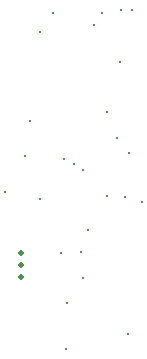
<source format=gbr>
%TF.GenerationSoftware,KiCad,Pcbnew,9.0.6*%
%TF.CreationDate,2025-12-05T18:22:11-08:00*%
%TF.ProjectId,Dev Board,44657620-426f-4617-9264-2e6b69636164,rev?*%
%TF.SameCoordinates,Original*%
%TF.FileFunction,Plated,1,2,PTH,Drill*%
%TF.FilePolarity,Positive*%
%FSLAX46Y46*%
G04 Gerber Fmt 4.6, Leading zero omitted, Abs format (unit mm)*
G04 Created by KiCad (PCBNEW 9.0.6) date 2025-12-05 18:22:11*
%MOMM*%
%LPD*%
G01*
G04 APERTURE LIST*
%TA.AperFunction,ViaDrill*%
%ADD10C,0.300000*%
%TD*%
%TA.AperFunction,ComponentDrill*%
%ADD11C,0.500000*%
%TD*%
G04 APERTURE END LIST*
D10*
X131600000Y-119500000D03*
X133300000Y-116500000D03*
X133700000Y-113500000D03*
X134500000Y-106000000D03*
X134500000Y-120100000D03*
X135600000Y-104400002D03*
X136300000Y-124700000D03*
X136600000Y-116700000D03*
X136700000Y-132800000D03*
X136800000Y-128937502D03*
X137436765Y-117138235D03*
X138000000Y-124600000D03*
X138200000Y-126800000D03*
X138212091Y-117701689D03*
X138600000Y-122793873D03*
X139100000Y-105400000D03*
X139820000Y-104421528D03*
X140200000Y-112800000D03*
X140225000Y-119900000D03*
X141100000Y-115000000D03*
X141300000Y-108500000D03*
X141400000Y-104100000D03*
X141700000Y-120000000D03*
X142000000Y-131600000D03*
X142100000Y-116200000D03*
X142300000Y-104100000D03*
X143200000Y-120400000D03*
D11*
%TO.C,J1*%
X132900000Y-124700000D03*
X132900000Y-125700000D03*
X132900000Y-126700001D03*
M02*

</source>
